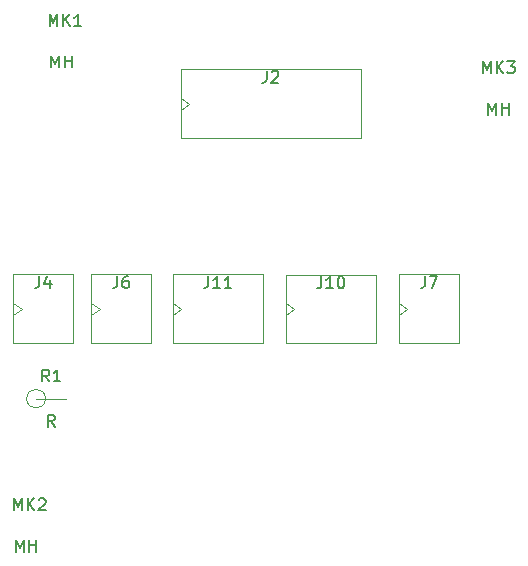
<source format=gbr>
G04 #@! TF.GenerationSoftware,KiCad,Pcbnew,(6.0.7-1)-1*
G04 #@! TF.CreationDate,2023-10-30T20:06:16+10:00*
G04 #@! TF.ProjectId,CONTROLLER_Radar Altimeter,434f4e54-524f-44c4-9c45-525f52616461,1*
G04 #@! TF.SameCoordinates,Original*
G04 #@! TF.FileFunction,AssemblyDrawing,Top*
%FSLAX46Y46*%
G04 Gerber Fmt 4.6, Leading zero omitted, Abs format (unit mm)*
G04 Created by KiCad (PCBNEW (6.0.7-1)-1) date 2023-10-30 20:06:16*
%MOMM*%
%LPD*%
G01*
G04 APERTURE LIST*
%ADD10C,0.150000*%
%ADD11C,0.100000*%
G04 APERTURE END LIST*
D10*
X33952857Y-54762380D02*
X33952857Y-53762380D01*
X34286190Y-54476666D01*
X34619523Y-53762380D01*
X34619523Y-54762380D01*
X35095714Y-54762380D02*
X35095714Y-53762380D01*
X35095714Y-54238571D02*
X35667142Y-54238571D01*
X35667142Y-54762380D02*
X35667142Y-53762380D01*
X33800476Y-51262380D02*
X33800476Y-50262380D01*
X34133809Y-50976666D01*
X34467142Y-50262380D01*
X34467142Y-51262380D01*
X34943333Y-51262380D02*
X34943333Y-50262380D01*
X35514761Y-51262380D02*
X35086190Y-50690952D01*
X35514761Y-50262380D02*
X34943333Y-50833809D01*
X36467142Y-51262380D02*
X35895714Y-51262380D01*
X36181428Y-51262380D02*
X36181428Y-50262380D01*
X36086190Y-50405238D01*
X35990952Y-50500476D01*
X35895714Y-50548095D01*
X30952857Y-95762380D02*
X30952857Y-94762380D01*
X31286190Y-95476666D01*
X31619523Y-94762380D01*
X31619523Y-95762380D01*
X32095714Y-95762380D02*
X32095714Y-94762380D01*
X32095714Y-95238571D02*
X32667142Y-95238571D01*
X32667142Y-95762380D02*
X32667142Y-94762380D01*
X30800476Y-92262380D02*
X30800476Y-91262380D01*
X31133809Y-91976666D01*
X31467142Y-91262380D01*
X31467142Y-92262380D01*
X31943333Y-92262380D02*
X31943333Y-91262380D01*
X32514761Y-92262380D02*
X32086190Y-91690952D01*
X32514761Y-91262380D02*
X31943333Y-91833809D01*
X32895714Y-91357619D02*
X32943333Y-91310000D01*
X33038571Y-91262380D01*
X33276666Y-91262380D01*
X33371904Y-91310000D01*
X33419523Y-91357619D01*
X33467142Y-91452857D01*
X33467142Y-91548095D01*
X33419523Y-91690952D01*
X32848095Y-92262380D01*
X33467142Y-92262380D01*
X70952857Y-58762380D02*
X70952857Y-57762380D01*
X71286190Y-58476666D01*
X71619523Y-57762380D01*
X71619523Y-58762380D01*
X72095714Y-58762380D02*
X72095714Y-57762380D01*
X72095714Y-58238571D02*
X72667142Y-58238571D01*
X72667142Y-58762380D02*
X72667142Y-57762380D01*
X70500476Y-55262380D02*
X70500476Y-54262380D01*
X70833809Y-54976666D01*
X71167142Y-54262380D01*
X71167142Y-55262380D01*
X71643333Y-55262380D02*
X71643333Y-54262380D01*
X72214761Y-55262380D02*
X71786190Y-54690952D01*
X72214761Y-54262380D02*
X71643333Y-54833809D01*
X72548095Y-54262380D02*
X73167142Y-54262380D01*
X72833809Y-54643333D01*
X72976666Y-54643333D01*
X73071904Y-54690952D01*
X73119523Y-54738571D01*
X73167142Y-54833809D01*
X73167142Y-55071904D01*
X73119523Y-55167142D01*
X73071904Y-55214761D01*
X72976666Y-55262380D01*
X72690952Y-55262380D01*
X72595714Y-55214761D01*
X72548095Y-55167142D01*
X65596666Y-72442380D02*
X65596666Y-73156666D01*
X65549047Y-73299523D01*
X65453809Y-73394761D01*
X65310952Y-73442380D01*
X65215714Y-73442380D01*
X65977619Y-72442380D02*
X66644285Y-72442380D01*
X66215714Y-73442380D01*
X32926666Y-72442380D02*
X32926666Y-73156666D01*
X32879047Y-73299523D01*
X32783809Y-73394761D01*
X32640952Y-73442380D01*
X32545714Y-73442380D01*
X33831428Y-72775714D02*
X33831428Y-73442380D01*
X33593333Y-72394761D02*
X33355238Y-73109047D01*
X33974285Y-73109047D01*
X47250476Y-72442380D02*
X47250476Y-73156666D01*
X47202857Y-73299523D01*
X47107619Y-73394761D01*
X46964761Y-73442380D01*
X46869523Y-73442380D01*
X48250476Y-73442380D02*
X47679047Y-73442380D01*
X47964761Y-73442380D02*
X47964761Y-72442380D01*
X47869523Y-72585238D01*
X47774285Y-72680476D01*
X47679047Y-72728095D01*
X49202857Y-73442380D02*
X48631428Y-73442380D01*
X48917142Y-73442380D02*
X48917142Y-72442380D01*
X48821904Y-72585238D01*
X48726666Y-72680476D01*
X48631428Y-72728095D01*
X52176666Y-55062380D02*
X52176666Y-55776666D01*
X52129047Y-55919523D01*
X52033809Y-56014761D01*
X51890952Y-56062380D01*
X51795714Y-56062380D01*
X52605238Y-55157619D02*
X52652857Y-55110000D01*
X52748095Y-55062380D01*
X52986190Y-55062380D01*
X53081428Y-55110000D01*
X53129047Y-55157619D01*
X53176666Y-55252857D01*
X53176666Y-55348095D01*
X53129047Y-55490952D01*
X52557619Y-56062380D01*
X53176666Y-56062380D01*
X34239523Y-85182380D02*
X33906190Y-84706190D01*
X33668095Y-85182380D02*
X33668095Y-84182380D01*
X34049047Y-84182380D01*
X34144285Y-84230000D01*
X34191904Y-84277619D01*
X34239523Y-84372857D01*
X34239523Y-84515714D01*
X34191904Y-84610952D01*
X34144285Y-84658571D01*
X34049047Y-84706190D01*
X33668095Y-84706190D01*
X33763333Y-81342380D02*
X33430000Y-80866190D01*
X33191904Y-81342380D02*
X33191904Y-80342380D01*
X33572857Y-80342380D01*
X33668095Y-80390000D01*
X33715714Y-80437619D01*
X33763333Y-80532857D01*
X33763333Y-80675714D01*
X33715714Y-80770952D01*
X33668095Y-80818571D01*
X33572857Y-80866190D01*
X33191904Y-80866190D01*
X34715714Y-81342380D02*
X34144285Y-81342380D01*
X34430000Y-81342380D02*
X34430000Y-80342380D01*
X34334761Y-80485238D01*
X34239523Y-80580476D01*
X34144285Y-80628095D01*
X56800476Y-72462380D02*
X56800476Y-73176666D01*
X56752857Y-73319523D01*
X56657619Y-73414761D01*
X56514761Y-73462380D01*
X56419523Y-73462380D01*
X57800476Y-73462380D02*
X57229047Y-73462380D01*
X57514761Y-73462380D02*
X57514761Y-72462380D01*
X57419523Y-72605238D01*
X57324285Y-72700476D01*
X57229047Y-72748095D01*
X58419523Y-72462380D02*
X58514761Y-72462380D01*
X58610000Y-72510000D01*
X58657619Y-72557619D01*
X58705238Y-72652857D01*
X58752857Y-72843333D01*
X58752857Y-73081428D01*
X58705238Y-73271904D01*
X58657619Y-73367142D01*
X58610000Y-73414761D01*
X58514761Y-73462380D01*
X58419523Y-73462380D01*
X58324285Y-73414761D01*
X58276666Y-73367142D01*
X58229047Y-73271904D01*
X58181428Y-73081428D01*
X58181428Y-72843333D01*
X58229047Y-72652857D01*
X58276666Y-72557619D01*
X58324285Y-72510000D01*
X58419523Y-72462380D01*
X39546666Y-72442380D02*
X39546666Y-73156666D01*
X39499047Y-73299523D01*
X39403809Y-73394761D01*
X39260952Y-73442380D01*
X39165714Y-73442380D01*
X40451428Y-72442380D02*
X40260952Y-72442380D01*
X40165714Y-72490000D01*
X40118095Y-72537619D01*
X40022857Y-72680476D01*
X39975238Y-72870952D01*
X39975238Y-73251904D01*
X40022857Y-73347142D01*
X40070476Y-73394761D01*
X40165714Y-73442380D01*
X40356190Y-73442380D01*
X40451428Y-73394761D01*
X40499047Y-73347142D01*
X40546666Y-73251904D01*
X40546666Y-73013809D01*
X40499047Y-72918571D01*
X40451428Y-72870952D01*
X40356190Y-72823333D01*
X40165714Y-72823333D01*
X40070476Y-72870952D01*
X40022857Y-72918571D01*
X39975238Y-73013809D01*
D11*
X63390000Y-72290000D02*
X63390000Y-78090000D01*
X64097107Y-75210000D02*
X63390000Y-75710000D01*
X63390000Y-78090000D02*
X68470000Y-78090000D01*
X68470000Y-78090000D02*
X68470000Y-72290000D01*
X68470000Y-72290000D02*
X63390000Y-72290000D01*
X63390000Y-74710000D02*
X64097107Y-75210000D01*
X30720000Y-74710000D02*
X31427107Y-75210000D01*
X30720000Y-78090000D02*
X35800000Y-78090000D01*
X31427107Y-75210000D02*
X30720000Y-75710000D01*
X35800000Y-72290000D02*
X30720000Y-72290000D01*
X35800000Y-78090000D02*
X35800000Y-72290000D01*
X30720000Y-72290000D02*
X30720000Y-78090000D01*
X51870000Y-78090000D02*
X51870000Y-72290000D01*
X44250000Y-78090000D02*
X51870000Y-78090000D01*
X44957107Y-75210000D02*
X44250000Y-75710000D01*
X51870000Y-72290000D02*
X44250000Y-72290000D01*
X44250000Y-74710000D02*
X44957107Y-75210000D01*
X44250000Y-72290000D02*
X44250000Y-78090000D01*
X44890000Y-54910000D02*
X44890000Y-60710000D01*
X60130000Y-54910000D02*
X44890000Y-54910000D01*
X44890000Y-57330000D02*
X45597107Y-57830000D01*
X45597107Y-57830000D02*
X44890000Y-58330000D01*
X44890000Y-60710000D02*
X60130000Y-60710000D01*
X60130000Y-60710000D02*
X60130000Y-54910000D01*
X32660000Y-82810000D02*
X35200000Y-82810000D01*
X33460000Y-82810000D02*
G75*
G03*
X33460000Y-82810000I-800000J0D01*
G01*
X53800000Y-74730000D02*
X54507107Y-75230000D01*
X53800000Y-72310000D02*
X53800000Y-78110000D01*
X61420000Y-78110000D02*
X61420000Y-72310000D01*
X61420000Y-72310000D02*
X53800000Y-72310000D01*
X53800000Y-78110000D02*
X61420000Y-78110000D01*
X54507107Y-75230000D02*
X53800000Y-75730000D01*
X42420000Y-72290000D02*
X37340000Y-72290000D01*
X37340000Y-72290000D02*
X37340000Y-78090000D01*
X37340000Y-78090000D02*
X42420000Y-78090000D01*
X38047107Y-75210000D02*
X37340000Y-75710000D01*
X37340000Y-74710000D02*
X38047107Y-75210000D01*
X42420000Y-78090000D02*
X42420000Y-72290000D01*
M02*

</source>
